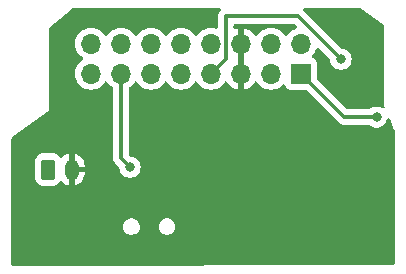
<source format=gbr>
%TF.GenerationSoftware,KiCad,Pcbnew,7.0.10-7.0.10~ubuntu22.04.1*%
%TF.CreationDate,2024-03-25T00:06:17+02:00*%
%TF.ProjectId,Power_Sub,506f7765-725f-4537-9562-2e6b69636164,rev?*%
%TF.SameCoordinates,Original*%
%TF.FileFunction,Copper,L2,Bot*%
%TF.FilePolarity,Positive*%
%FSLAX46Y46*%
G04 Gerber Fmt 4.6, Leading zero omitted, Abs format (unit mm)*
G04 Created by KiCad (PCBNEW 7.0.10-7.0.10~ubuntu22.04.1) date 2024-03-25 00:06:17*
%MOMM*%
%LPD*%
G01*
G04 APERTURE LIST*
G04 Aperture macros list*
%AMRoundRect*
0 Rectangle with rounded corners*
0 $1 Rounding radius*
0 $2 $3 $4 $5 $6 $7 $8 $9 X,Y pos of 4 corners*
0 Add a 4 corners polygon primitive as box body*
4,1,4,$2,$3,$4,$5,$6,$7,$8,$9,$2,$3,0*
0 Add four circle primitives for the rounded corners*
1,1,$1+$1,$2,$3*
1,1,$1+$1,$4,$5*
1,1,$1+$1,$6,$7*
1,1,$1+$1,$8,$9*
0 Add four rect primitives between the rounded corners*
20,1,$1+$1,$2,$3,$4,$5,0*
20,1,$1+$1,$4,$5,$6,$7,0*
20,1,$1+$1,$6,$7,$8,$9,0*
20,1,$1+$1,$8,$9,$2,$3,0*%
G04 Aperture macros list end*
%TA.AperFunction,ComponentPad*%
%ADD10RoundRect,0.250000X-0.350000X-0.625000X0.350000X-0.625000X0.350000X0.625000X-0.350000X0.625000X0*%
%TD*%
%TA.AperFunction,ComponentPad*%
%ADD11O,1.200000X1.750000*%
%TD*%
%TA.AperFunction,ComponentPad*%
%ADD12R,1.700000X1.700000*%
%TD*%
%TA.AperFunction,ComponentPad*%
%ADD13O,1.700000X1.700000*%
%TD*%
%TA.AperFunction,ViaPad*%
%ADD14C,0.800000*%
%TD*%
%TA.AperFunction,ViaPad*%
%ADD15C,0.600000*%
%TD*%
%TA.AperFunction,Conductor*%
%ADD16C,0.300000*%
%TD*%
G04 APERTURE END LIST*
D10*
%TO.P,J2,1,Pin_1*%
%TO.N,/BATT*%
X71288400Y-50026400D03*
D11*
%TO.P,J2,2,Pin_2*%
%TO.N,GND*%
X73288400Y-50026400D03*
%TD*%
D12*
%TO.P,J1,1,Pin_1*%
%TO.N,/Motor2_A*%
X92710000Y-41910000D03*
D13*
%TO.P,J1,2,Pin_2*%
%TO.N,/PWM1*%
X92710000Y-39370000D03*
%TO.P,J1,3,Pin_3*%
%TO.N,/Motor2_B*%
X90170000Y-41910000D03*
%TO.P,J1,4,Pin_4*%
%TO.N,/PWM2*%
X90170000Y-39370000D03*
%TO.P,J1,5,Pin_5*%
%TO.N,GND*%
X87630000Y-41910000D03*
%TO.P,J1,6,Pin_6*%
X87630000Y-39370000D03*
%TO.P,J1,7,Pin_7*%
%TO.N,VDC*%
X85090000Y-41910000D03*
%TO.P,J1,8,Pin_8*%
X85090000Y-39370000D03*
%TO.P,J1,9,Pin_9*%
%TO.N,unconnected-(J1-Pin_9-Pad9)*%
X82550000Y-41910000D03*
%TO.P,J1,10,Pin_10*%
%TO.N,VDC*%
X82550000Y-39370000D03*
%TO.P,J1,11,Pin_11*%
%TO.N,+5V*%
X80010000Y-41910000D03*
%TO.P,J1,12,Pin_12*%
X80010000Y-39370000D03*
%TO.P,J1,13,Pin_13*%
%TO.N,/Motor1_A*%
X77470000Y-41910000D03*
%TO.P,J1,14,Pin_14*%
%TO.N,/PWM3*%
X77470000Y-39370000D03*
%TO.P,J1,15,Pin_15*%
%TO.N,/Motor1_B*%
X74930000Y-41910000D03*
%TO.P,J1,16,Pin_16*%
%TO.N,/PWM4*%
X74930000Y-39370000D03*
%TD*%
D14*
%TO.N,VDC*%
X96088200Y-40690800D03*
D15*
%TO.N,GND*%
X97434400Y-39039800D03*
D14*
X87147400Y-50266600D03*
D15*
X96266000Y-42545000D03*
X84582000Y-45593000D03*
X75971400Y-45364400D03*
X82829400Y-45618400D03*
X86334600Y-45669200D03*
X79730600Y-46355000D03*
D14*
%TO.N,/Motor2_A*%
X99110800Y-45593000D03*
%TO.N,/Motor1_A*%
X78232000Y-49834800D03*
%TD*%
D16*
%TO.N,VDC*%
X86334600Y-40665400D02*
X85090000Y-41910000D01*
X96088200Y-40690800D02*
X92456000Y-37058600D01*
X86334600Y-37058600D02*
X86334600Y-40665400D01*
X92456000Y-37058600D02*
X86334600Y-37058600D01*
%TO.N,/Motor2_A*%
X96393000Y-45593000D02*
X92710000Y-41910000D01*
X99110800Y-45593000D02*
X96393000Y-45593000D01*
%TO.N,/Motor1_A*%
X78232000Y-49834800D02*
X77470000Y-49072800D01*
X77470000Y-49072800D02*
X77470000Y-41910000D01*
%TD*%
%TA.AperFunction,Conductor*%
%TO.N,GND*%
G36*
X85864665Y-36388985D02*
G01*
X85910420Y-36441789D01*
X85920364Y-36510947D01*
X85891339Y-36574503D01*
X85887734Y-36578254D01*
X85848896Y-36625200D01*
X85843749Y-36631038D01*
X85804151Y-36673207D01*
X85804149Y-36673210D01*
X85799826Y-36681073D01*
X85786721Y-36700356D01*
X85781004Y-36707267D01*
X85781001Y-36707272D01*
X85756374Y-36759604D01*
X85752840Y-36766539D01*
X85724974Y-36817228D01*
X85724973Y-36817232D01*
X85722741Y-36825924D01*
X85714839Y-36847871D01*
X85711020Y-36855986D01*
X85700186Y-36912780D01*
X85698488Y-36920378D01*
X85684100Y-36976418D01*
X85684100Y-36985389D01*
X85681904Y-37008620D01*
X85680224Y-37017426D01*
X85680224Y-37017430D01*
X85683855Y-37075142D01*
X85684100Y-37082928D01*
X85684100Y-37969447D01*
X85664415Y-38036486D01*
X85611611Y-38082241D01*
X85542453Y-38092185D01*
X85528007Y-38089222D01*
X85325413Y-38034938D01*
X85325403Y-38034936D01*
X85090001Y-38014341D01*
X85089999Y-38014341D01*
X84854596Y-38034936D01*
X84854586Y-38034938D01*
X84626344Y-38096094D01*
X84626335Y-38096098D01*
X84412171Y-38195964D01*
X84412169Y-38195965D01*
X84218597Y-38331505D01*
X84051505Y-38498597D01*
X83921575Y-38684158D01*
X83866998Y-38727783D01*
X83797500Y-38734977D01*
X83735145Y-38703454D01*
X83718425Y-38684158D01*
X83588494Y-38498597D01*
X83421402Y-38331506D01*
X83421395Y-38331501D01*
X83227834Y-38195967D01*
X83227830Y-38195965D01*
X83144098Y-38156920D01*
X83013663Y-38096097D01*
X83013659Y-38096096D01*
X83013655Y-38096094D01*
X82785413Y-38034938D01*
X82785403Y-38034936D01*
X82550001Y-38014341D01*
X82549999Y-38014341D01*
X82314596Y-38034936D01*
X82314586Y-38034938D01*
X82086344Y-38096094D01*
X82086335Y-38096098D01*
X81872171Y-38195964D01*
X81872169Y-38195965D01*
X81678597Y-38331505D01*
X81511505Y-38498597D01*
X81381575Y-38684158D01*
X81326998Y-38727783D01*
X81257500Y-38734977D01*
X81195145Y-38703454D01*
X81178425Y-38684158D01*
X81048494Y-38498597D01*
X80881402Y-38331506D01*
X80881395Y-38331501D01*
X80687834Y-38195967D01*
X80687830Y-38195965D01*
X80604098Y-38156920D01*
X80473663Y-38096097D01*
X80473659Y-38096096D01*
X80473655Y-38096094D01*
X80245413Y-38034938D01*
X80245403Y-38034936D01*
X80010001Y-38014341D01*
X80009999Y-38014341D01*
X79774596Y-38034936D01*
X79774586Y-38034938D01*
X79546344Y-38096094D01*
X79546335Y-38096098D01*
X79332171Y-38195964D01*
X79332169Y-38195965D01*
X79138597Y-38331505D01*
X78971505Y-38498597D01*
X78841575Y-38684158D01*
X78786998Y-38727783D01*
X78717500Y-38734977D01*
X78655145Y-38703454D01*
X78638425Y-38684158D01*
X78508494Y-38498597D01*
X78341402Y-38331506D01*
X78341395Y-38331501D01*
X78147834Y-38195967D01*
X78147830Y-38195965D01*
X78064098Y-38156920D01*
X77933663Y-38096097D01*
X77933659Y-38096096D01*
X77933655Y-38096094D01*
X77705413Y-38034938D01*
X77705403Y-38034936D01*
X77470001Y-38014341D01*
X77469999Y-38014341D01*
X77234596Y-38034936D01*
X77234586Y-38034938D01*
X77006344Y-38096094D01*
X77006335Y-38096098D01*
X76792171Y-38195964D01*
X76792169Y-38195965D01*
X76598597Y-38331505D01*
X76431505Y-38498597D01*
X76301575Y-38684158D01*
X76246998Y-38727783D01*
X76177500Y-38734977D01*
X76115145Y-38703454D01*
X76098425Y-38684158D01*
X75968494Y-38498597D01*
X75801402Y-38331506D01*
X75801395Y-38331501D01*
X75607834Y-38195967D01*
X75607830Y-38195965D01*
X75524098Y-38156920D01*
X75393663Y-38096097D01*
X75393659Y-38096096D01*
X75393655Y-38096094D01*
X75165413Y-38034938D01*
X75165403Y-38034936D01*
X74930001Y-38014341D01*
X74929999Y-38014341D01*
X74694596Y-38034936D01*
X74694586Y-38034938D01*
X74466344Y-38096094D01*
X74466335Y-38096098D01*
X74252171Y-38195964D01*
X74252169Y-38195965D01*
X74058597Y-38331505D01*
X73891505Y-38498597D01*
X73755965Y-38692169D01*
X73755964Y-38692171D01*
X73656098Y-38906335D01*
X73656094Y-38906344D01*
X73594938Y-39134586D01*
X73594936Y-39134596D01*
X73574341Y-39369999D01*
X73574341Y-39370000D01*
X73594936Y-39605403D01*
X73594938Y-39605413D01*
X73656094Y-39833655D01*
X73656096Y-39833659D01*
X73656097Y-39833663D01*
X73690131Y-39906648D01*
X73755965Y-40047830D01*
X73755967Y-40047834D01*
X73864281Y-40202521D01*
X73891504Y-40241400D01*
X73891506Y-40241402D01*
X74058597Y-40408493D01*
X74058603Y-40408498D01*
X74244158Y-40538425D01*
X74287783Y-40593002D01*
X74294977Y-40662500D01*
X74263454Y-40724855D01*
X74244158Y-40741575D01*
X74058597Y-40871505D01*
X73891505Y-41038597D01*
X73755965Y-41232169D01*
X73755964Y-41232171D01*
X73656098Y-41446335D01*
X73656094Y-41446344D01*
X73594938Y-41674586D01*
X73594936Y-41674596D01*
X73574341Y-41909999D01*
X73574341Y-41910000D01*
X73594936Y-42145403D01*
X73594938Y-42145413D01*
X73656094Y-42373655D01*
X73656096Y-42373659D01*
X73656097Y-42373663D01*
X73735801Y-42544588D01*
X73755965Y-42587830D01*
X73755967Y-42587834D01*
X73864281Y-42742521D01*
X73891505Y-42781401D01*
X74058599Y-42948495D01*
X74155384Y-43016265D01*
X74252165Y-43084032D01*
X74252167Y-43084033D01*
X74252170Y-43084035D01*
X74466337Y-43183903D01*
X74694592Y-43245063D01*
X74871034Y-43260500D01*
X74929999Y-43265659D01*
X74930000Y-43265659D01*
X74930001Y-43265659D01*
X74988966Y-43260500D01*
X75165408Y-43245063D01*
X75393663Y-43183903D01*
X75607830Y-43084035D01*
X75801401Y-42948495D01*
X75968495Y-42781401D01*
X76098425Y-42595842D01*
X76153002Y-42552217D01*
X76222500Y-42545023D01*
X76284855Y-42576546D01*
X76301575Y-42595842D01*
X76431501Y-42781396D01*
X76431506Y-42781402D01*
X76598597Y-42948493D01*
X76598603Y-42948498D01*
X76766623Y-43066147D01*
X76810248Y-43120724D01*
X76819500Y-43167722D01*
X76819500Y-48987294D01*
X76817732Y-49003305D01*
X76817974Y-49003328D01*
X76817240Y-49011094D01*
X76819439Y-49081062D01*
X76819500Y-49084957D01*
X76819500Y-49113720D01*
X76819501Y-49113738D01*
X76820053Y-49118111D01*
X76820968Y-49129741D01*
X76822402Y-49175367D01*
X76822403Y-49175370D01*
X76828323Y-49195748D01*
X76832268Y-49214796D01*
X76834928Y-49235854D01*
X76834931Y-49235865D01*
X76851737Y-49278314D01*
X76855520Y-49289363D01*
X76868254Y-49333195D01*
X76868255Y-49333197D01*
X76868256Y-49333198D01*
X76879015Y-49351391D01*
X76879060Y-49351466D01*
X76887617Y-49368934D01*
X76893226Y-49383100D01*
X76895432Y-49388672D01*
X76922266Y-49425606D01*
X76928679Y-49435369D01*
X76951916Y-49474661D01*
X76951922Y-49474668D01*
X76966922Y-49489668D01*
X76979561Y-49504465D01*
X76992037Y-49521637D01*
X76992039Y-49521639D01*
X77027213Y-49550737D01*
X77035854Y-49558600D01*
X77176255Y-49699001D01*
X77297191Y-49819936D01*
X77330676Y-49881259D01*
X77332830Y-49894650D01*
X77346326Y-50023056D01*
X77346327Y-50023059D01*
X77404818Y-50203077D01*
X77404821Y-50203084D01*
X77499467Y-50367016D01*
X77626129Y-50507688D01*
X77779265Y-50618948D01*
X77779270Y-50618951D01*
X77952192Y-50695942D01*
X77952197Y-50695944D01*
X78137354Y-50735300D01*
X78137355Y-50735300D01*
X78326644Y-50735300D01*
X78326646Y-50735300D01*
X78511803Y-50695944D01*
X78684730Y-50618951D01*
X78837871Y-50507688D01*
X78964533Y-50367016D01*
X79059179Y-50203084D01*
X79117674Y-50023056D01*
X79137460Y-49834800D01*
X79117674Y-49646544D01*
X79061827Y-49474665D01*
X79059181Y-49466522D01*
X79059180Y-49466521D01*
X79059179Y-49466516D01*
X78964533Y-49302584D01*
X78837871Y-49161912D01*
X78837870Y-49161911D01*
X78684734Y-49050651D01*
X78684729Y-49050648D01*
X78511807Y-48973657D01*
X78511802Y-48973655D01*
X78366001Y-48942665D01*
X78326646Y-48934300D01*
X78326645Y-48934300D01*
X78302808Y-48934300D01*
X78235769Y-48914615D01*
X78215127Y-48897981D01*
X78156819Y-48839673D01*
X78123334Y-48778350D01*
X78120500Y-48751992D01*
X78120500Y-43167722D01*
X78140185Y-43100683D01*
X78173377Y-43066147D01*
X78224429Y-43030399D01*
X78341401Y-42948495D01*
X78508495Y-42781401D01*
X78638425Y-42595842D01*
X78693002Y-42552217D01*
X78762500Y-42545023D01*
X78824855Y-42576546D01*
X78841575Y-42595842D01*
X78971500Y-42781395D01*
X78971505Y-42781401D01*
X79138599Y-42948495D01*
X79235384Y-43016265D01*
X79332165Y-43084032D01*
X79332167Y-43084033D01*
X79332170Y-43084035D01*
X79546337Y-43183903D01*
X79774592Y-43245063D01*
X79951034Y-43260500D01*
X80009999Y-43265659D01*
X80010000Y-43265659D01*
X80010001Y-43265659D01*
X80068966Y-43260500D01*
X80245408Y-43245063D01*
X80473663Y-43183903D01*
X80687830Y-43084035D01*
X80881401Y-42948495D01*
X81048495Y-42781401D01*
X81178425Y-42595842D01*
X81233002Y-42552217D01*
X81302500Y-42545023D01*
X81364855Y-42576546D01*
X81381575Y-42595842D01*
X81511500Y-42781395D01*
X81511505Y-42781401D01*
X81678599Y-42948495D01*
X81775384Y-43016265D01*
X81872165Y-43084032D01*
X81872167Y-43084033D01*
X81872170Y-43084035D01*
X82086337Y-43183903D01*
X82314592Y-43245063D01*
X82491034Y-43260500D01*
X82549999Y-43265659D01*
X82550000Y-43265659D01*
X82550001Y-43265659D01*
X82608966Y-43260500D01*
X82785408Y-43245063D01*
X83013663Y-43183903D01*
X83227830Y-43084035D01*
X83421401Y-42948495D01*
X83588495Y-42781401D01*
X83718425Y-42595842D01*
X83773002Y-42552217D01*
X83842500Y-42545023D01*
X83904855Y-42576546D01*
X83921575Y-42595842D01*
X84051500Y-42781395D01*
X84051505Y-42781401D01*
X84218599Y-42948495D01*
X84315384Y-43016265D01*
X84412165Y-43084032D01*
X84412167Y-43084033D01*
X84412170Y-43084035D01*
X84626337Y-43183903D01*
X84854592Y-43245063D01*
X85031034Y-43260500D01*
X85089999Y-43265659D01*
X85090000Y-43265659D01*
X85090001Y-43265659D01*
X85148966Y-43260500D01*
X85325408Y-43245063D01*
X85553663Y-43183903D01*
X85767830Y-43084035D01*
X85961401Y-42948495D01*
X86128495Y-42781401D01*
X86258730Y-42595405D01*
X86313307Y-42551781D01*
X86382805Y-42544587D01*
X86445160Y-42576110D01*
X86461879Y-42595405D01*
X86591890Y-42781078D01*
X86758917Y-42948105D01*
X86952421Y-43083600D01*
X87166507Y-43183429D01*
X87166516Y-43183433D01*
X87380000Y-43240634D01*
X87380000Y-42345501D01*
X87487685Y-42394680D01*
X87594237Y-42410000D01*
X87665763Y-42410000D01*
X87772315Y-42394680D01*
X87880000Y-42345501D01*
X87880000Y-43240634D01*
X88093483Y-43183433D01*
X88093492Y-43183429D01*
X88307578Y-43083600D01*
X88501082Y-42948105D01*
X88668105Y-42781082D01*
X88798119Y-42595405D01*
X88852696Y-42551781D01*
X88922195Y-42544588D01*
X88984549Y-42576110D01*
X89001269Y-42595405D01*
X89131505Y-42781401D01*
X89298599Y-42948495D01*
X89395384Y-43016265D01*
X89492165Y-43084032D01*
X89492167Y-43084033D01*
X89492170Y-43084035D01*
X89706337Y-43183903D01*
X89934592Y-43245063D01*
X90111034Y-43260500D01*
X90169999Y-43265659D01*
X90170000Y-43265659D01*
X90170001Y-43265659D01*
X90228966Y-43260500D01*
X90405408Y-43245063D01*
X90633663Y-43183903D01*
X90847830Y-43084035D01*
X91041401Y-42948495D01*
X91163329Y-42826566D01*
X91224648Y-42793084D01*
X91294340Y-42798068D01*
X91350274Y-42839939D01*
X91367189Y-42870917D01*
X91416202Y-43002328D01*
X91416206Y-43002335D01*
X91502452Y-43117544D01*
X91502455Y-43117547D01*
X91617664Y-43203793D01*
X91617671Y-43203797D01*
X91752517Y-43254091D01*
X91752516Y-43254091D01*
X91759444Y-43254835D01*
X91812127Y-43260500D01*
X93089191Y-43260499D01*
X93156230Y-43280184D01*
X93176872Y-43296818D01*
X95872564Y-45992510D01*
X95882635Y-46005080D01*
X95882822Y-46004926D01*
X95887795Y-46010937D01*
X95938832Y-46058864D01*
X95941629Y-46061575D01*
X95961968Y-46081914D01*
X95965451Y-46084616D01*
X95974327Y-46092197D01*
X95986846Y-46103953D01*
X96007607Y-46123448D01*
X96026198Y-46133668D01*
X96042463Y-46144352D01*
X96059234Y-46157361D01*
X96059237Y-46157363D01*
X96101144Y-46175497D01*
X96111618Y-46180628D01*
X96151632Y-46202627D01*
X96172193Y-46207905D01*
X96190597Y-46214207D01*
X96210074Y-46222636D01*
X96255178Y-46229779D01*
X96266597Y-46232144D01*
X96310823Y-46243500D01*
X96332045Y-46243500D01*
X96351442Y-46245026D01*
X96372405Y-46248347D01*
X96417863Y-46244049D01*
X96429531Y-46243500D01*
X98433825Y-46243500D01*
X98500864Y-46263185D01*
X98506710Y-46267182D01*
X98658065Y-46377148D01*
X98658070Y-46377151D01*
X98830992Y-46454142D01*
X98830997Y-46454144D01*
X99016154Y-46493500D01*
X99016155Y-46493500D01*
X99205444Y-46493500D01*
X99205446Y-46493500D01*
X99390603Y-46454144D01*
X99563530Y-46377151D01*
X99716671Y-46265888D01*
X99843333Y-46125216D01*
X99937979Y-45961284D01*
X99996474Y-45781256D01*
X99996475Y-45781243D01*
X99996981Y-45778868D01*
X99997656Y-45777616D01*
X99998482Y-45775076D01*
X99998946Y-45775226D01*
X100030169Y-45717384D01*
X100091329Y-45683603D01*
X100161044Y-45688250D01*
X100217179Y-45729850D01*
X100232817Y-45757146D01*
X100240314Y-45775226D01*
X100617582Y-46685108D01*
X100628844Y-46712268D01*
X100638300Y-46759762D01*
X100638300Y-57995275D01*
X100618615Y-58062314D01*
X100565811Y-58108069D01*
X100514491Y-58119275D01*
X68319691Y-58168921D01*
X68252621Y-58149340D01*
X68206785Y-58096606D01*
X68195500Y-58044921D01*
X68195500Y-54866150D01*
X77651955Y-54866150D01*
X77672459Y-55035019D01*
X77672460Y-55035024D01*
X77732782Y-55194081D01*
X77795075Y-55284327D01*
X77829417Y-55334079D01*
X77935105Y-55427710D01*
X77956750Y-55446886D01*
X78107373Y-55525939D01*
X78107375Y-55525940D01*
X78272544Y-55566650D01*
X78442656Y-55566650D01*
X78607825Y-55525940D01*
X78687292Y-55484231D01*
X78758449Y-55446886D01*
X78758450Y-55446884D01*
X78758452Y-55446884D01*
X78885783Y-55334079D01*
X78982418Y-55194080D01*
X79042740Y-55035022D01*
X79063245Y-54866150D01*
X80651955Y-54866150D01*
X80672459Y-55035019D01*
X80672460Y-55035024D01*
X80732782Y-55194081D01*
X80795075Y-55284327D01*
X80829417Y-55334079D01*
X80935105Y-55427710D01*
X80956750Y-55446886D01*
X81107373Y-55525939D01*
X81107375Y-55525940D01*
X81272544Y-55566650D01*
X81442656Y-55566650D01*
X81607825Y-55525940D01*
X81687292Y-55484231D01*
X81758449Y-55446886D01*
X81758450Y-55446884D01*
X81758452Y-55446884D01*
X81885783Y-55334079D01*
X81982418Y-55194080D01*
X82042740Y-55035022D01*
X82063245Y-54866150D01*
X82042740Y-54697278D01*
X82033021Y-54671652D01*
X81982417Y-54538218D01*
X81948076Y-54488468D01*
X81885783Y-54398221D01*
X81758452Y-54285416D01*
X81758449Y-54285413D01*
X81607826Y-54206360D01*
X81442656Y-54165650D01*
X81272544Y-54165650D01*
X81107373Y-54206360D01*
X80956750Y-54285413D01*
X80829416Y-54398222D01*
X80732782Y-54538218D01*
X80672460Y-54697275D01*
X80672459Y-54697280D01*
X80651955Y-54866150D01*
X79063245Y-54866150D01*
X79042740Y-54697278D01*
X79033021Y-54671652D01*
X78982417Y-54538218D01*
X78948076Y-54488468D01*
X78885783Y-54398221D01*
X78758452Y-54285416D01*
X78758449Y-54285413D01*
X78607826Y-54206360D01*
X78442656Y-54165650D01*
X78272544Y-54165650D01*
X78107373Y-54206360D01*
X77956750Y-54285413D01*
X77829416Y-54398222D01*
X77732782Y-54538218D01*
X77672460Y-54697275D01*
X77672459Y-54697280D01*
X77651955Y-54866150D01*
X68195500Y-54866150D01*
X68195500Y-50701401D01*
X70187900Y-50701401D01*
X70187901Y-50701418D01*
X70198400Y-50804196D01*
X70198401Y-50804199D01*
X70253585Y-50970731D01*
X70253587Y-50970736D01*
X70270564Y-50998260D01*
X70345688Y-51120056D01*
X70469744Y-51244112D01*
X70619066Y-51336214D01*
X70785603Y-51391399D01*
X70888391Y-51401900D01*
X71688408Y-51401899D01*
X71688416Y-51401898D01*
X71688419Y-51401898D01*
X71744702Y-51396148D01*
X71791197Y-51391399D01*
X71957734Y-51336214D01*
X72107056Y-51244112D01*
X72231112Y-51120056D01*
X72270494Y-51056206D01*
X72322440Y-51009483D01*
X72391403Y-50998260D01*
X72455485Y-51026103D01*
X72473502Y-51044651D01*
X72488672Y-51063941D01*
X72647430Y-51201505D01*
X72647441Y-51201514D01*
X72829360Y-51306544D01*
X72829367Y-51306547D01*
X73027887Y-51375256D01*
X73038400Y-51376767D01*
X73038400Y-50307017D01*
X73107452Y-50360763D01*
X73225824Y-50401400D01*
X73319473Y-50401400D01*
X73411846Y-50385986D01*
X73521914Y-50326419D01*
X73538400Y-50308510D01*
X73538400Y-51372657D01*
X73649809Y-51345629D01*
X73840907Y-51258359D01*
X74012019Y-51136510D01*
X74012025Y-51136504D01*
X74156992Y-50984467D01*
X74270566Y-50807742D01*
X74348644Y-50612714D01*
X74388400Y-50406437D01*
X74388400Y-50276400D01*
X73567960Y-50276400D01*
X73606678Y-50234341D01*
X73656951Y-50119730D01*
X73667286Y-49995005D01*
X73636563Y-49873681D01*
X73573006Y-49776400D01*
X74388400Y-49776400D01*
X74388400Y-49699001D01*
X74373434Y-49542277D01*
X74373433Y-49542273D01*
X74314250Y-49340713D01*
X74217986Y-49153985D01*
X74088131Y-48988862D01*
X74088128Y-48988859D01*
X73929369Y-48851294D01*
X73929358Y-48851285D01*
X73747439Y-48746255D01*
X73747432Y-48746252D01*
X73548916Y-48677544D01*
X73538400Y-48676032D01*
X73538400Y-49745782D01*
X73469348Y-49692037D01*
X73350976Y-49651400D01*
X73257327Y-49651400D01*
X73164954Y-49666814D01*
X73054886Y-49726381D01*
X73038400Y-49744289D01*
X73038400Y-48680140D01*
X73038399Y-48680140D01*
X72926994Y-48707168D01*
X72926982Y-48707172D01*
X72735897Y-48794437D01*
X72735896Y-48794438D01*
X72564780Y-48916289D01*
X72564774Y-48916295D01*
X72466920Y-49018922D01*
X72406411Y-49053857D01*
X72336620Y-49050532D01*
X72279706Y-49010004D01*
X72271638Y-48998448D01*
X72265725Y-48988862D01*
X72231112Y-48932744D01*
X72107056Y-48808688D01*
X71957734Y-48716586D01*
X71791197Y-48661401D01*
X71791195Y-48661400D01*
X71688410Y-48650900D01*
X70888398Y-48650900D01*
X70888380Y-48650901D01*
X70785603Y-48661400D01*
X70785600Y-48661401D01*
X70619068Y-48716585D01*
X70619063Y-48716587D01*
X70469742Y-48808689D01*
X70345689Y-48932742D01*
X70253587Y-49082063D01*
X70253585Y-49082068D01*
X70252628Y-49084957D01*
X70198401Y-49248603D01*
X70198401Y-49248604D01*
X70198400Y-49248604D01*
X70187900Y-49351383D01*
X70187900Y-50701401D01*
X68195500Y-50701401D01*
X68195500Y-47412048D01*
X68215185Y-47345009D01*
X68247732Y-47310928D01*
X71235294Y-45190722D01*
X71238092Y-45188795D01*
X71275201Y-45164001D01*
X71285348Y-45148814D01*
X71298325Y-45132538D01*
X71310873Y-45119265D01*
X71313585Y-45112156D01*
X71326341Y-45087461D01*
X71330566Y-45081140D01*
X71334127Y-45063233D01*
X71339891Y-45043223D01*
X71346404Y-45026159D01*
X71345149Y-44981589D01*
X71345100Y-44978098D01*
X71345100Y-38167577D01*
X71364785Y-38100538D01*
X71387129Y-38074535D01*
X73287665Y-36400255D01*
X73350981Y-36370711D01*
X73369633Y-36369300D01*
X85797626Y-36369300D01*
X85864665Y-36388985D01*
G37*
%TD.AperFunction*%
%TA.AperFunction,Conductor*%
G36*
X97666931Y-36388985D02*
G01*
X97668930Y-36390296D01*
X99719744Y-37765017D01*
X99764469Y-37818696D01*
X99774700Y-37868017D01*
X99774700Y-44565582D01*
X99772326Y-44589727D01*
X99769791Y-44602491D01*
X99769791Y-44602492D01*
X99779633Y-44651874D01*
X99779630Y-44651874D01*
X99779641Y-44651917D01*
X99790830Y-44708168D01*
X99784603Y-44777759D01*
X99741740Y-44832937D01*
X99675850Y-44856181D01*
X99607853Y-44840113D01*
X99596329Y-44832678D01*
X99563533Y-44808850D01*
X99563529Y-44808848D01*
X99390607Y-44731857D01*
X99390602Y-44731855D01*
X99241390Y-44700140D01*
X99205446Y-44692500D01*
X99016154Y-44692500D01*
X98983697Y-44699398D01*
X98830997Y-44731855D01*
X98830992Y-44731857D01*
X98658070Y-44808848D01*
X98658065Y-44808851D01*
X98506710Y-44918818D01*
X98440904Y-44942298D01*
X98433825Y-44942500D01*
X96713808Y-44942500D01*
X96646769Y-44922815D01*
X96626127Y-44906181D01*
X94096818Y-42376872D01*
X94063333Y-42315549D01*
X94060499Y-42289191D01*
X94060499Y-41012129D01*
X94060498Y-41012123D01*
X94054091Y-40952516D01*
X94003797Y-40817671D01*
X94003793Y-40817664D01*
X93917547Y-40702455D01*
X93917544Y-40702452D01*
X93802335Y-40616206D01*
X93802328Y-40616202D01*
X93670917Y-40567189D01*
X93614983Y-40525318D01*
X93590566Y-40459853D01*
X93605418Y-40391580D01*
X93626563Y-40363332D01*
X93748495Y-40241401D01*
X93884035Y-40047830D01*
X93983903Y-39833663D01*
X93983905Y-39833653D01*
X93983907Y-39833650D01*
X93997463Y-39783055D01*
X94033826Y-39723394D01*
X94096672Y-39692863D01*
X94166048Y-39701157D01*
X94204919Y-39727465D01*
X95153391Y-40675937D01*
X95186876Y-40737260D01*
X95189030Y-40750651D01*
X95202526Y-40879056D01*
X95202527Y-40879059D01*
X95261018Y-41059077D01*
X95261021Y-41059084D01*
X95355667Y-41223016D01*
X95402845Y-41275412D01*
X95482329Y-41363688D01*
X95635465Y-41474948D01*
X95635470Y-41474951D01*
X95808392Y-41551942D01*
X95808397Y-41551944D01*
X95993554Y-41591300D01*
X95993555Y-41591300D01*
X96182844Y-41591300D01*
X96182846Y-41591300D01*
X96368003Y-41551944D01*
X96540930Y-41474951D01*
X96694071Y-41363688D01*
X96820733Y-41223016D01*
X96915379Y-41059084D01*
X96973874Y-40879056D01*
X96993660Y-40690800D01*
X96973874Y-40502544D01*
X96915379Y-40322516D01*
X96820733Y-40158584D01*
X96694071Y-40017912D01*
X96694070Y-40017911D01*
X96540934Y-39906651D01*
X96540929Y-39906648D01*
X96368007Y-39829657D01*
X96368002Y-39829655D01*
X96204732Y-39794952D01*
X96182846Y-39790300D01*
X96182845Y-39790300D01*
X96159008Y-39790300D01*
X96091969Y-39770615D01*
X96071327Y-39753981D01*
X92976434Y-36659088D01*
X92966361Y-36646514D01*
X92966174Y-36646670D01*
X92961198Y-36640654D01*
X92910167Y-36592734D01*
X92907369Y-36590023D01*
X92898327Y-36580981D01*
X92864842Y-36519658D01*
X92869826Y-36449966D01*
X92911698Y-36394033D01*
X92977162Y-36369616D01*
X92986008Y-36369300D01*
X97599892Y-36369300D01*
X97666931Y-36388985D01*
G37*
%TD.AperFunction*%
%TA.AperFunction,Conductor*%
G36*
X87880000Y-41474498D02*
G01*
X87772315Y-41425320D01*
X87665763Y-41410000D01*
X87594237Y-41410000D01*
X87487685Y-41425320D01*
X87380000Y-41474498D01*
X87380000Y-39805501D01*
X87487685Y-39854680D01*
X87594237Y-39870000D01*
X87665763Y-39870000D01*
X87772315Y-39854680D01*
X87880000Y-39805501D01*
X87880000Y-41474498D01*
G37*
%TD.AperFunction*%
%TA.AperFunction,Conductor*%
G36*
X92202231Y-37728785D02*
G01*
X92222873Y-37745419D01*
X92352534Y-37875080D01*
X92386019Y-37936403D01*
X92381035Y-38006095D01*
X92339163Y-38062028D01*
X92296947Y-38082536D01*
X92246341Y-38096095D01*
X92246335Y-38096098D01*
X92032171Y-38195964D01*
X92032169Y-38195965D01*
X91838597Y-38331505D01*
X91671505Y-38498597D01*
X91541575Y-38684158D01*
X91486998Y-38727783D01*
X91417500Y-38734977D01*
X91355145Y-38703454D01*
X91338425Y-38684158D01*
X91208494Y-38498597D01*
X91041402Y-38331506D01*
X91041395Y-38331501D01*
X90847834Y-38195967D01*
X90847830Y-38195965D01*
X90764098Y-38156920D01*
X90633663Y-38096097D01*
X90633659Y-38096096D01*
X90633655Y-38096094D01*
X90405413Y-38034938D01*
X90405403Y-38034936D01*
X90170001Y-38014341D01*
X90169999Y-38014341D01*
X89934596Y-38034936D01*
X89934586Y-38034938D01*
X89706344Y-38096094D01*
X89706335Y-38096098D01*
X89492171Y-38195964D01*
X89492169Y-38195965D01*
X89298597Y-38331505D01*
X89131508Y-38498594D01*
X89001269Y-38684595D01*
X88946692Y-38728219D01*
X88877193Y-38735412D01*
X88814839Y-38703890D01*
X88798119Y-38684594D01*
X88668113Y-38498926D01*
X88668108Y-38498920D01*
X88501082Y-38331894D01*
X88307578Y-38196399D01*
X88093492Y-38096570D01*
X88093486Y-38096567D01*
X87880000Y-38039364D01*
X87880000Y-38934498D01*
X87772315Y-38885320D01*
X87665763Y-38870000D01*
X87594237Y-38870000D01*
X87487685Y-38885320D01*
X87380000Y-38934498D01*
X87380000Y-38039364D01*
X87379999Y-38039364D01*
X87166513Y-38096567D01*
X87166506Y-38096570D01*
X87161499Y-38098905D01*
X87092421Y-38109393D01*
X87028639Y-38080870D01*
X86990402Y-38022392D01*
X86985100Y-37986520D01*
X86985100Y-37833100D01*
X87004785Y-37766061D01*
X87057589Y-37720306D01*
X87109100Y-37709100D01*
X92135192Y-37709100D01*
X92202231Y-37728785D01*
G37*
%TD.AperFunction*%
%TD*%
M02*

</source>
